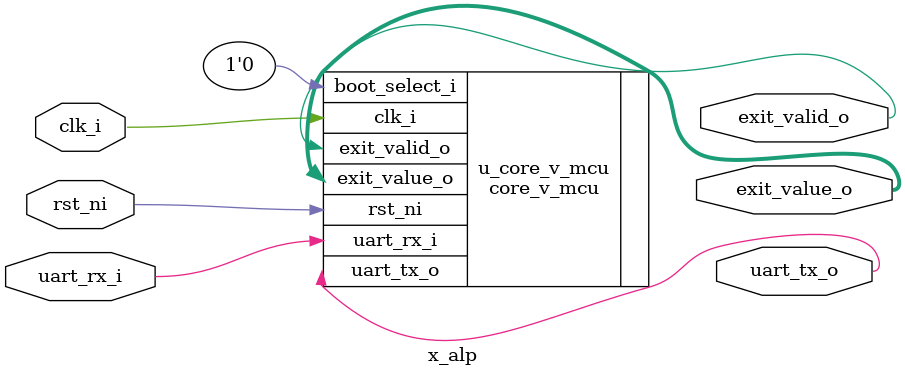
<source format=sv>
module x_alp (

    // Clock and Reset
    input logic clk_i,
    input logic rst_ni,

    output logic uart_tx_o,
    input  logic uart_rx_i,

    output logic        exit_valid_o,
    output logic [31:0] exit_value_o

);

    core_v_mcu u_core_v_mcu (
        .clk_i        (clk_i),
        .rst_ni       (rst_ni),
        .boot_select_i(1'b0),
        .exit_valid_o (exit_valid_o),
        .exit_value_o (exit_value_o),
        .uart_rx_i    (uart_rx_i),
        .uart_tx_o    (uart_tx_o)
    );

endmodule : x_alp

</source>
